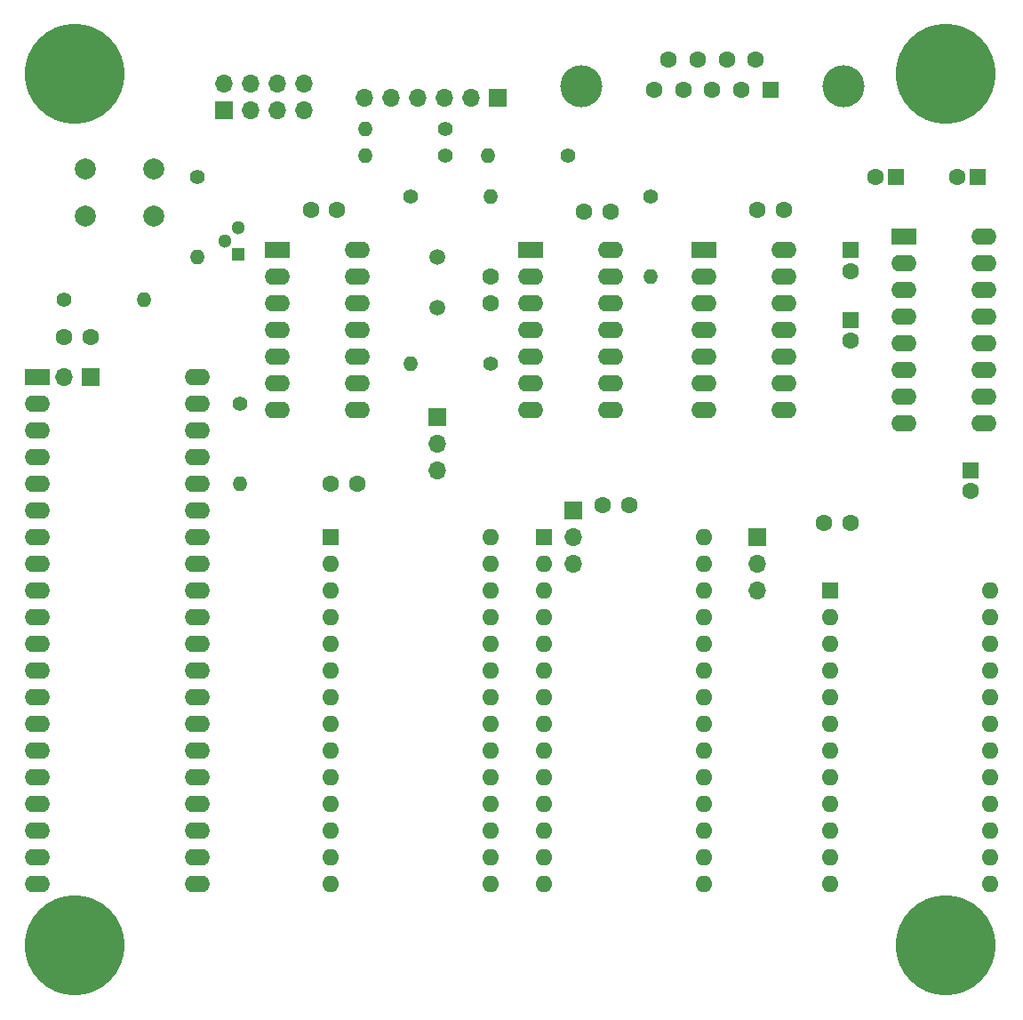
<source format=gbs>
G04 #@! TF.GenerationSoftware,KiCad,Pcbnew,(6.0.1)*
G04 #@! TF.CreationDate,2022-09-13T10:30:42-04:00*
G04 #@! TF.ProjectId,SIMPLE-6502,53494d50-4c45-42d3-9635-30322e6b6963,1*
G04 #@! TF.SameCoordinates,Original*
G04 #@! TF.FileFunction,Soldermask,Bot*
G04 #@! TF.FilePolarity,Negative*
%FSLAX46Y46*%
G04 Gerber Fmt 4.6, Leading zero omitted, Abs format (unit mm)*
G04 Created by KiCad (PCBNEW (6.0.1)) date 2022-09-13 10:30:42*
%MOMM*%
%LPD*%
G01*
G04 APERTURE LIST*
%ADD10C,4.000000*%
%ADD11R,1.600000X1.600000*%
%ADD12C,1.600000*%
%ADD13R,2.400000X1.600000*%
%ADD14O,2.400000X1.600000*%
%ADD15C,1.400000*%
%ADD16O,1.400000X1.400000*%
%ADD17C,9.525000*%
%ADD18R,1.300000X1.300000*%
%ADD19C,1.300000*%
%ADD20R,1.700000X1.700000*%
%ADD21O,1.700000X1.700000*%
%ADD22O,1.600000X1.600000*%
%ADD23C,2.000000*%
%ADD24C,1.500000*%
G04 APERTURE END LIST*
D10*
X143242500Y-57916041D03*
X168242500Y-57916041D03*
D11*
X161282500Y-58216041D03*
D12*
X158512500Y-58216041D03*
X155742500Y-58216041D03*
X152972500Y-58216041D03*
X150202500Y-58216041D03*
X159897500Y-55376041D03*
X157127500Y-55376041D03*
X154357500Y-55376041D03*
X151587500Y-55376041D03*
D13*
X173972500Y-72201041D03*
D14*
X173972500Y-74741041D03*
X173972500Y-77281041D03*
X173972500Y-79821041D03*
X173972500Y-82361041D03*
X173972500Y-84901041D03*
X173972500Y-87441041D03*
X173972500Y-89981041D03*
X181592500Y-89981041D03*
X181592500Y-87441041D03*
X181592500Y-84901041D03*
X181592500Y-82361041D03*
X181592500Y-79821041D03*
X181592500Y-77281041D03*
X181592500Y-74741041D03*
X181592500Y-72201041D03*
D12*
X121917500Y-95686041D03*
X119417500Y-95686041D03*
D15*
X134617500Y-84256041D03*
D16*
X126997500Y-84256041D03*
D15*
X106677500Y-66476041D03*
D16*
X106677500Y-74096041D03*
D12*
X96517500Y-81716041D03*
X94017500Y-81716041D03*
D17*
X94976859Y-56700000D03*
D15*
X110741500Y-88066041D03*
D16*
X110741500Y-95686041D03*
D15*
X149857500Y-68376041D03*
D16*
X149857500Y-75996041D03*
D12*
X119992500Y-69651041D03*
X117492500Y-69651041D03*
D18*
X110593500Y-73842041D03*
D19*
X109323500Y-72572041D03*
X110593500Y-71302041D03*
D15*
X141983500Y-64444041D03*
D16*
X134363500Y-64444041D03*
D13*
X91457500Y-85531041D03*
D14*
X91457500Y-88071041D03*
X91457500Y-90611041D03*
X91457500Y-93151041D03*
X91457500Y-95691041D03*
X91457500Y-98231041D03*
X91457500Y-100771041D03*
X91457500Y-103311041D03*
X91457500Y-105851041D03*
X91457500Y-108391041D03*
X91457500Y-110931041D03*
X91457500Y-113471041D03*
X91457500Y-116011041D03*
X91457500Y-118551041D03*
X91457500Y-121091041D03*
X91457500Y-123631041D03*
X91457500Y-126171041D03*
X91457500Y-128711041D03*
X91457500Y-131251041D03*
X91457500Y-133791041D03*
X106697500Y-133791041D03*
X106697500Y-131251041D03*
X106697500Y-128711041D03*
X106697500Y-126171041D03*
X106697500Y-123631041D03*
X106697500Y-121091041D03*
X106697500Y-118551041D03*
X106697500Y-116011041D03*
X106697500Y-113471041D03*
X106697500Y-110931041D03*
X106697500Y-108391041D03*
X106697500Y-105851041D03*
X106697500Y-103311041D03*
X106697500Y-100771041D03*
X106697500Y-98231041D03*
X106697500Y-95691041D03*
X106697500Y-93151041D03*
X106697500Y-90611041D03*
X106697500Y-88071041D03*
X106697500Y-85531041D03*
D20*
X109227500Y-60131041D03*
D21*
X109227500Y-57591041D03*
X111767500Y-60131041D03*
X111767500Y-57591041D03*
X114307500Y-60131041D03*
X114307500Y-57591041D03*
X116847500Y-60131041D03*
X116847500Y-57591041D03*
D12*
X147805500Y-97718041D03*
X145305500Y-97718041D03*
D11*
X119372500Y-100776041D03*
D22*
X119372500Y-103316041D03*
X119372500Y-105856041D03*
X119372500Y-108396041D03*
X119372500Y-110936041D03*
X119372500Y-113476041D03*
X119372500Y-116016041D03*
X119372500Y-118556041D03*
X119372500Y-121096041D03*
X119372500Y-123636041D03*
X119372500Y-126176041D03*
X119372500Y-128716041D03*
X119372500Y-131256041D03*
X119372500Y-133796041D03*
X134612500Y-133796041D03*
X134612500Y-131256041D03*
X134612500Y-128716041D03*
X134612500Y-126176041D03*
X134612500Y-123636041D03*
X134612500Y-121096041D03*
X134612500Y-118556041D03*
X134612500Y-116016041D03*
X134612500Y-113476041D03*
X134612500Y-110936041D03*
X134612500Y-108396041D03*
X134612500Y-105856041D03*
X134612500Y-103316041D03*
X134612500Y-100776041D03*
D11*
X168907500Y-73456041D03*
D12*
X168907500Y-75456041D03*
X134617500Y-78536041D03*
X134617500Y-76036041D03*
D11*
X166997500Y-105841041D03*
D22*
X166997500Y-108381041D03*
X166997500Y-110921041D03*
X166997500Y-113461041D03*
X166997500Y-116001041D03*
X166997500Y-118541041D03*
X166997500Y-121081041D03*
X166997500Y-123621041D03*
X166997500Y-126161041D03*
X166997500Y-128701041D03*
X166997500Y-131241041D03*
X166997500Y-133781041D03*
X182237500Y-133781041D03*
X182237500Y-131241041D03*
X182237500Y-128701041D03*
X182237500Y-126161041D03*
X182237500Y-123621041D03*
X182237500Y-121081041D03*
X182237500Y-118541041D03*
X182237500Y-116001041D03*
X182237500Y-113461041D03*
X182237500Y-110921041D03*
X182237500Y-108381041D03*
X182237500Y-105841041D03*
D11*
X168907500Y-80125929D03*
D12*
X168907500Y-82125929D03*
X162537500Y-69651041D03*
X160037500Y-69651041D03*
D17*
X94976859Y-139700000D03*
D20*
X135347500Y-58976041D03*
D21*
X132807500Y-58976041D03*
X130267500Y-58976041D03*
X127727500Y-58976041D03*
X125187500Y-58976041D03*
X122647500Y-58976041D03*
D20*
X96517500Y-85526041D03*
D21*
X93977500Y-85526041D03*
D11*
X139692500Y-100776041D03*
D22*
X139692500Y-103316041D03*
X139692500Y-105856041D03*
X139692500Y-108396041D03*
X139692500Y-110936041D03*
X139692500Y-113476041D03*
X139692500Y-116016041D03*
X139692500Y-118556041D03*
X139692500Y-121096041D03*
X139692500Y-123636041D03*
X139692500Y-126176041D03*
X139692500Y-128716041D03*
X139692500Y-131256041D03*
X139692500Y-133796041D03*
X154932500Y-133796041D03*
X154932500Y-131256041D03*
X154932500Y-128716041D03*
X154932500Y-126176041D03*
X154932500Y-123636041D03*
X154932500Y-121096041D03*
X154932500Y-118556041D03*
X154932500Y-116016041D03*
X154932500Y-113476041D03*
X154932500Y-110936041D03*
X154932500Y-108396041D03*
X154932500Y-105856041D03*
X154932500Y-103316041D03*
X154932500Y-100776041D03*
D23*
X96061500Y-65750041D03*
X102561500Y-65750041D03*
X96061500Y-70250041D03*
X102561500Y-70250041D03*
D13*
X154917500Y-73451041D03*
D14*
X154917500Y-75991041D03*
X154917500Y-78531041D03*
X154917500Y-81071041D03*
X154917500Y-83611041D03*
X154917500Y-86151041D03*
X154917500Y-88691041D03*
X162537500Y-88691041D03*
X162537500Y-86151041D03*
X162537500Y-83611041D03*
X162537500Y-81071041D03*
X162537500Y-78531041D03*
X162537500Y-75991041D03*
X162537500Y-73451041D03*
D17*
X177976859Y-56700000D03*
D20*
X129537500Y-89336041D03*
D21*
X129537500Y-91876041D03*
X129537500Y-94416041D03*
D12*
X143527500Y-69778041D03*
X146027500Y-69778041D03*
D15*
X130299500Y-61904041D03*
D16*
X122679500Y-61904041D03*
D17*
X177976859Y-139700000D03*
D11*
X180337500Y-94416041D03*
D12*
X180337500Y-96416041D03*
D11*
X181038613Y-66476041D03*
D12*
X179038613Y-66476041D03*
D15*
X126992500Y-68376041D03*
D16*
X134612500Y-68376041D03*
D13*
X138422500Y-73456041D03*
D14*
X138422500Y-75996041D03*
X138422500Y-78536041D03*
X138422500Y-81076041D03*
X138422500Y-83616041D03*
X138422500Y-86156041D03*
X138422500Y-88696041D03*
X146042500Y-88696041D03*
X146042500Y-86156041D03*
X146042500Y-83616041D03*
X146042500Y-81076041D03*
X146042500Y-78536041D03*
X146042500Y-75996041D03*
X146042500Y-73456041D03*
D20*
X142491500Y-98226041D03*
D21*
X142491500Y-100766041D03*
X142491500Y-103306041D03*
D15*
X130299500Y-64444041D03*
D16*
X122679500Y-64444041D03*
D24*
X129537500Y-74096041D03*
X129537500Y-78976041D03*
D12*
X168902500Y-99436041D03*
X166402500Y-99436041D03*
D20*
X160017500Y-100766041D03*
D21*
X160017500Y-103306041D03*
X160017500Y-105846041D03*
D15*
X93977500Y-78160041D03*
D16*
X101597500Y-78160041D03*
D13*
X114277500Y-73451041D03*
D14*
X114277500Y-75991041D03*
X114277500Y-78531041D03*
X114277500Y-81071041D03*
X114277500Y-83611041D03*
X114277500Y-86151041D03*
X114277500Y-88691041D03*
X121897500Y-88691041D03*
X121897500Y-86151041D03*
X121897500Y-83611041D03*
X121897500Y-81071041D03*
X121897500Y-78531041D03*
X121897500Y-75991041D03*
X121897500Y-73451041D03*
D11*
X173257500Y-66476041D03*
D12*
X171257500Y-66476041D03*
M02*

</source>
